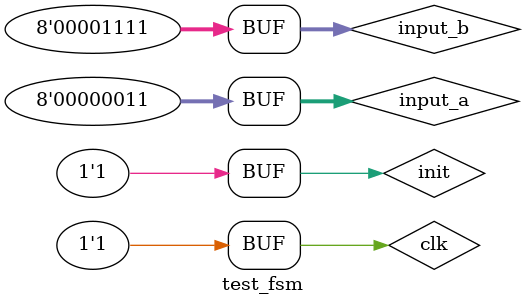
<source format=v>
`timescale 1ns/1ps

/* módulo de teste para a rom */
module test_fsm;
    reg clk;
    reg [7:0] input_a;
    reg [7:0] input_b;
    reg init;
    wire finished;
    wire [15:0] result;
	
	// instância da Unit Under Test
	fsm_example uut(
		.clk(clk),
		.input_a(input_a),
		.input_b(input_b),
        .init(init),
		.finished(finished),
        .result(result)
	);
	
	// 
	initial begin
		clk = 0;
		input_a = 8'b00000011;
		input_b = 8'b00001111;
        init = 1'b1;
		$monitor ("input_a = %B; input_b = %B; clk: %B, finished: %B, result = %B", input_a, input_b, clk, finished, result);
		#100;

        clk = 1;
		$monitor ("input_a = %B; input_b = %B; clk: %B, finished: %B, result = %B", input_a, input_b, clk, finished, result);
		#100;

        clk = 0;
		$monitor ("input_a = %B; input_b = %B; clk: %B, finished: %B, result = %B", input_a, input_b, clk, finished, result);
		#100;

        clk = 1;
		$monitor ("input_a = %B; input_b = %B; clk: %B, finished: %B, result = %B", input_a, input_b, clk, finished, result);
		#100;

        clk = 0;
		$monitor ("input_a = %B; input_b = %B; clk: %B, finished: %B, result = %B", input_a, input_b, clk, finished, result);
		#100;

        clk = 1;
		$monitor ("input_a = %B; input_b = %B; clk: %B, finished: %B, result = %B", input_a, input_b, clk, finished, result);
		#100;

        clk = 0;
		$monitor ("input_a = %B; input_b = %B; clk: %B, finished: %B, result = %B", input_a, input_b, clk, finished, result);
		#100;

        clk = 1;
		$monitor ("input_a = %B; input_b = %B; clk: %B, finished: %B, result = %B", input_a, input_b, clk, finished, result);
		#100;

        clk = 0;
		$monitor ("input_a = %B; input_b = %B; clk: %B, finished: %B, result = %B", input_a, input_b, clk, finished, result);
		#100;

        clk = 1;
		$monitor ("input_a = %B; input_b = %B; clk: %B, finished: %B, result = %B", input_a, input_b, clk, finished, result);
		#100;
	end
endmodule
</source>
